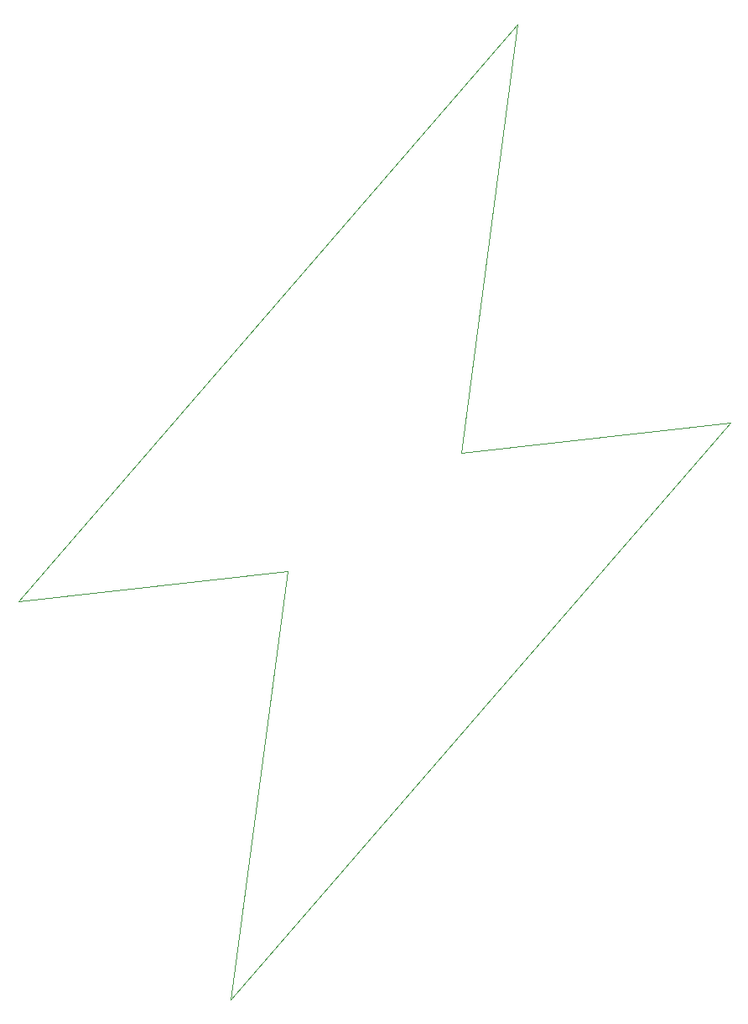
<source format=gm1>
%TF.GenerationSoftware,KiCad,Pcbnew,9.0.6*%
%TF.CreationDate,2026-01-24T18:36:13+02:00*%
%TF.ProjectId,led chaser,6c656420-6368-4617-9365-722e6b696361,rev?*%
%TF.SameCoordinates,Original*%
%TF.FileFunction,Profile,NP*%
%FSLAX46Y46*%
G04 Gerber Fmt 4.6, Leading zero omitted, Abs format (unit mm)*
G04 Created by KiCad (PCBNEW 9.0.6) date 2026-01-24 18:36:13*
%MOMM*%
%LPD*%
G01*
G04 APERTURE LIST*
%TA.AperFunction,Profile*%
%ADD10C,0.050000*%
%TD*%
G04 APERTURE END LIST*
D10*
X191000000Y-102200000D02*
X163800000Y-105200000D01*
X146300000Y-117200000D02*
X140600000Y-160400000D01*
X140600000Y-160400000D02*
X191000000Y-102200000D01*
X163800000Y-105200000D02*
X169500000Y-62000000D01*
X119100000Y-120200000D02*
X146300000Y-117200000D01*
X169500000Y-62000000D02*
X119100000Y-120200000D01*
M02*

</source>
